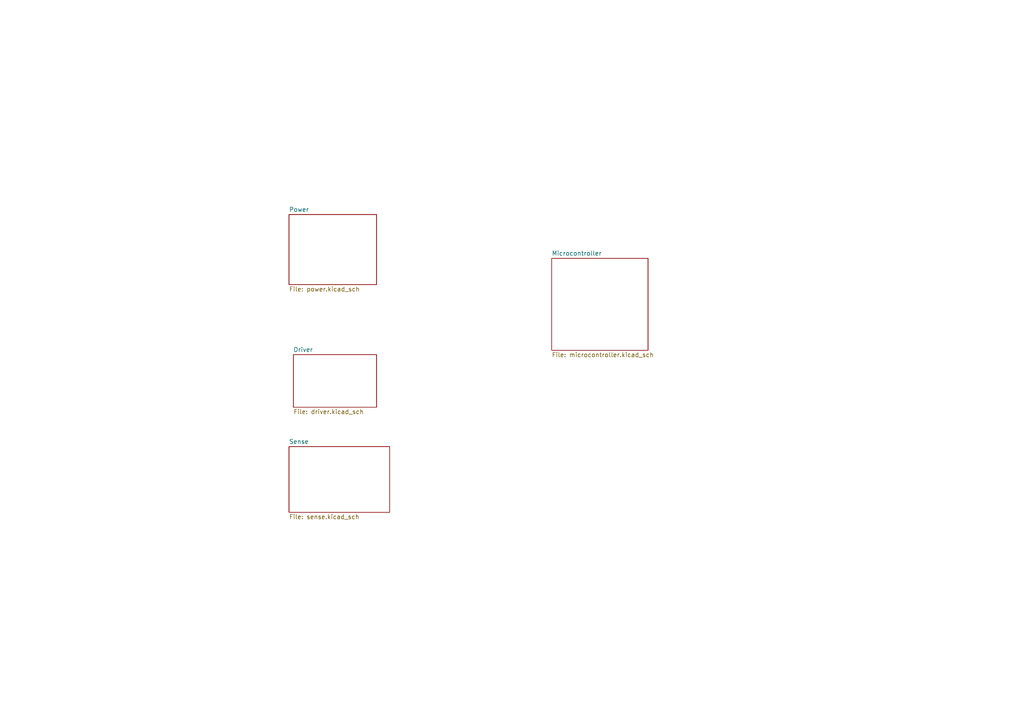
<source format=kicad_sch>
(kicad_sch (version 20211123) (generator eeschema)
  (paper "A4")
  (lib_symbols)
  (sheet (at 85.09 102.87) (size 24.13 15.24) (stroke (width 0.1524))
    (property "Sheet name" "Driver" (at 85.09 102.1584 0) (effects (justify left bottom)))
    (property "Sheet file" "driver.kicad_sch" (at 85.09 118.6946 0) (effects (justify left top)))
  )
  (sheet (at 83.82 62.23) (size 25.4 20.32) (stroke (width 0.1524))
    (property "Sheet name" "Power" (at 83.82 61.5184 0) (effects (justify left bottom)))
    (property "Sheet file" "power.kicad_sch" (at 83.82 83.1346 0) (effects (justify left top)))
  )
  (sheet (at 83.82 129.54) (size 29.21 19.05) (stroke (width 0.1524))
    (property "Sheet name" "Sense" (at 83.82 128.8284 0) (effects (justify left bottom)))
    (property "Sheet file" "sense.kicad_sch" (at 83.82 149.1746 0) (effects (justify left top)))
  )
  (sheet (at 160.02 74.93) (size 27.94 26.67) (stroke (width 0.1524))
    (property "Sheet name" "Microcontroller" (at 160.02 74.2184 0) (effects (justify left bottom)))
    (property "Sheet file" "microcontroller.kicad_sch" (at 160.02 102.1846 0) (effects (justify left top)))
  )
)
</source>
